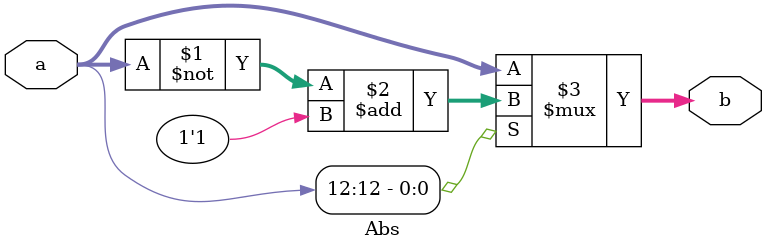
<source format=v>

module Abs 
#(parameter WIDTH=13)
(a, b);

input [WIDTH-1:0] a;
output [WIDTH-1:0] b;

assign b = a[WIDTH-1]?(~a + 1'b1):a;

endmodule 
</source>
